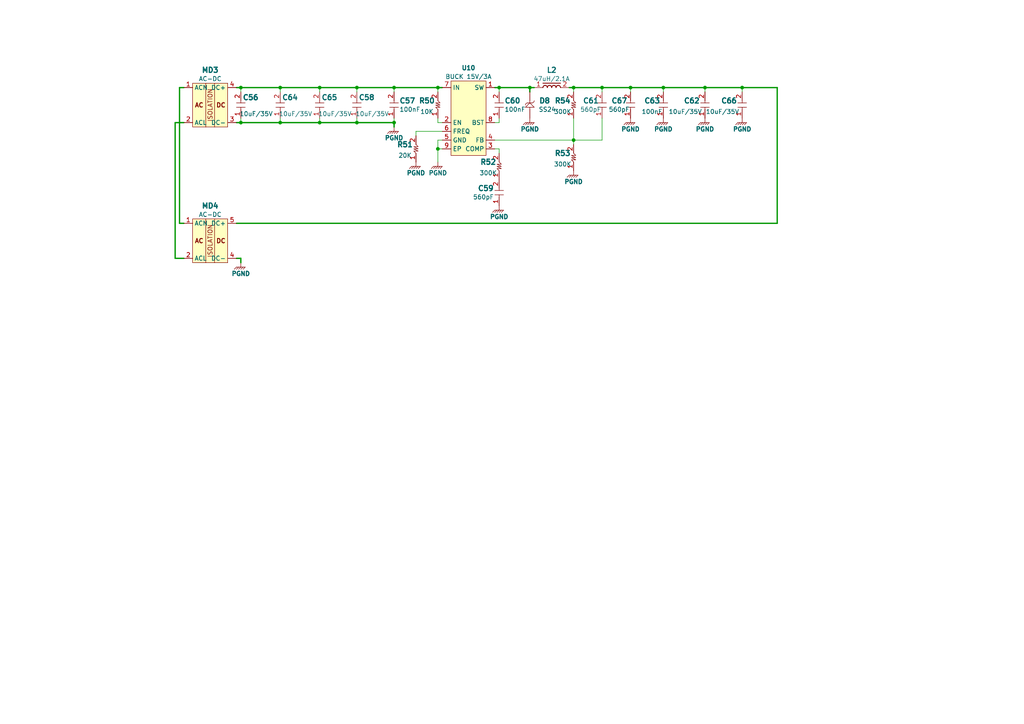
<source format=kicad_sch>
(kicad_sch (version 20231120) (generator "eeschema") (generator_version "8.0")
  (paper "A4")
  (title_block (title "PROGRAMMER & DEBUGGER") (date "2024-07-17") (rev "0.1") (company "TON DUC THANG UNIVERSITY") (comment 1 "Schematic Designed by ...") (comment 2 "PCB Designed by ...") (comment 3 "Approved by ..."))
  (lib_symbols
    (symbol "AC-DC_1"
      (property "Reference" "MD3" (at 5.08 0.635 0))
      (property "Value" "AC-DC" (at 5.08 -1.905 0))
      (symbol "AC-DC_1_0_1"
        (polyline (pts (xy 3.81 -3.175) (xy 3.81 -15.875)))
        (polyline (pts (xy 6.35 -3.175) (xy 6.35 -15.875)))
      )
      (symbol "AC-DC_1_1_1"
        (rectangle (start 0 -3.175) (end 10.16 -15.875) (fill (type background)))
        (text "AC    DC" (at 5.08 -9.525 0) (effects (font (size 1.27 1.27) (bold yes))))
        (text "ISOLATION" (at 5.08 -9.525 900) (effects (font (size 1.27 1.27))))
        (pin power_in line (at -2.54 -4.445 0) (length 2.54) (name "ACN") (number "1"))
        (pin power_in line (at -2.54 -14.605 0) (length 2.54) (name "ACL") (number "2"))
        (pin power_out line (at 12.7 -14.605 180) (length 2.54) (name "DC-") (number "3"))
        (pin power_out line (at 12.7 -4.445 180) (length 2.54) (name "DC+") (number "4"))
      )
    )
    (symbol "SAMPI:AC-DC"
      (property "Reference" "MD" (at 0 0 0))
      (property "Value" "AC-DC" (at 0 -1.905 0))
      (symbol "AC-DC_0_1"
        (polyline (pts (xy 3.81 -3.175) (xy 3.81 -15.875)))
        (polyline (pts (xy 6.35 -3.175) (xy 6.35 -15.875)))
      )
      (symbol "AC-DC_1_1"
        (rectangle (start 0 -3.175) (end 10.16 -15.875) (fill (type background)))
        (text "AC    DC" (at 5.08 -9.525 0) (effects (font (size 1.27 1.27) (bold yes))))
        (text "ISOLATION" (at 5.08 -9.525 900) (effects (font (size 1.27 1.27))))
        (pin power_in line (at -2.54 -4.445 0) (length 2.54) (name "ACN") (number "1"))
        (pin power_in line (at -2.54 -14.605 0) (length 2.54) (name "ACL") (number "2"))
        (pin power_out line (at 12.7 -14.605 180) (length 2.54) (name "DC-") (number "4"))
        (pin power_out line (at 12.7 -4.445 180) (length 2.54) (name "DC+") (number "5"))
      )
    )
    (symbol "SAMPI:CERCAP" (pin_names hide)
      (property "Reference" "C" (at -1.905 1.905 0))
      (property "Value" "CerCap" (at -1.905 0 0))
      (symbol "CERCAP_0_1"
        (polyline (pts (xy 0 -2.54) (xy 0.635 -2.54)))
        (polyline (pts (xy 0.635 -1.27) (xy 0.635 -3.81)))
        (polyline (pts (xy 1.905 -2.54) (xy 2.54 -2.54)))
        (polyline (pts (xy 1.905 -1.27) (xy 1.905 -3.81)))
      )
      (symbol "CERCAP_1_1"
        (pin bidirectional line (at -2.54 -2.54 0) (length 2.54) (name "1") (number "1"))
        (pin bidirectional line (at 5.08 -2.54 180) (length 2.54) (name "2") (number "2"))
      )
    )
    (symbol "SAMPI:DIODE-SCH" (pin_numbers hide) (pin_names hide)
      (property "Reference" "D" (at 0 0 0))
      (property "Value" "DIODE-SCH" (at 0 -1.905 0))
      (symbol "DIODE-SCH_0_1"
        (polyline (pts (xy 2.54 -5.08) (xy 3.175 -5.08)))
        (polyline (pts (xy 3.175 -3.81) (xy 3.175 -6.35)))
        (polyline (pts (xy 4.445 -5.08) (xy 5.08 -5.08)))
        (polyline (pts (xy 4.445 -4.445) (xy 4.445 -5.715)))
        (polyline (pts (xy 3.175 -3.81) (xy 4.445 -5.08) (xy 3.175 -6.35)))
        (arc (start 4.445 -5.715) (mid 4.631 -6.164) (end 5.08 -6.35))
        (arc (start 4.445 -4.445) (mid 4.259 -3.996) (end 3.81 -3.81))
      )
      (symbol "DIODE-SCH_1_1"
        (pin bidirectional line (at 0 -5.08 0) (length 2.54) (name "A") (number "A"))
        (pin bidirectional line (at 7.62 -5.08 180) (length 2.54) (name "K") (number "K"))
      )
    )
    (symbol "SAMPI:IND_HC" (pin_names hide)
      (property "Reference" "L" (at 1.905 -0.635 0))
      (property "Value" "IND HC" (at 1.905 -2.54 0))
      (symbol "IND_HC_1_1"
        (polyline (pts (xy 2.54 -3.81) (xy 7.62 -3.81)) (stroke (width 0.254)))
        (arc (start 3.175 -4.445) (mid 2.726 -4.631) (end 2.54 -5.08) (stroke (width 0.254)))
        (arc (start 3.81 -5.08) (mid 3.624 -4.631) (end 3.175 -4.445) (stroke (width 0.254)))
        (arc (start 4.445 -4.445) (mid 3.996 -4.631) (end 3.81 -5.08) (stroke (width 0.254)))
        (arc (start 5.08 -5.08) (mid 4.894 -4.631) (end 4.445 -4.445) (stroke (width 0.254)))
        (arc (start 5.715 -4.445) (mid 5.266 -4.631) (end 5.08 -5.08) (stroke (width 0.254)))
        (arc (start 6.35 -5.08) (mid 6.164 -4.631) (end 5.715 -4.445) (stroke (width 0.254)))
        (arc (start 6.985 -4.445) (mid 6.536 -4.631) (end 6.35 -5.08) (stroke (width 0.254)))
        (arc (start 7.62 -5.08) (mid 7.434 -4.631) (end 6.985 -4.445) (stroke (width 0.254)))
        (pin bidirectional line (at 0 -5.08 0) (length 2.54) (name "1") (number "1"))
        (pin bidirectional line (at 10.16 -5.08 180) (length 2.54) (name "2") (number "2"))
      )
    )
    (symbol "SAMPI:MP4462"
      (property "Reference" "U10" (at 0 1.905 0))
      (property "Value" "BUCK 15/600mA" (at 0 -1.905 0))
      (symbol "MP4462_1_1"
        (rectangle (start -5.08 -3.175) (end 5.08 -24.765) (fill (type background)))
        (pin output line (at 7.62 -5.08 180) (length 2.54) (name "SW") (number "1"))
        (pin input line (at -7.62 -15.24 0) (length 2.54) (name "EN") (number "2"))
        (pin passive line (at 7.62 -22.86 180) (length 2.54) (name "COMP") (number "3"))
        (pin input line (at 7.62 -20.32 180) (length 2.54) (name "FB") (number "4"))
        (pin passive line (at -7.62 -20.32 0) (length 2.54) (name "GND") (number "5"))
        (pin passive line (at -7.62 -17.78 0) (length 2.54) (name "FREQ") (number "6"))
        (pin power_in line (at -7.62 -5.08 0) (length 2.54) (name "IN") (number "7"))
        (pin passive line (at 7.62 -15.24 180) (length 2.54) (name "BST") (number "8"))
        (pin passive line (at -7.62 -22.86 0) (length 2.54) (name "EP") (number "9"))
      )
    )
    (symbol "SAMPI:PGND" (power) (pin_names (offset 0))
      (property "Value" "PGND" (at 0 -3.175 0))
      (symbol "PGND_0_1"
        (polyline (pts (xy -1.27 -1.27) (xy -1.905 -1.905)))
        (polyline (pts (xy -1.27 -1.27) (xy 1.27 -1.27)))
        (polyline (pts (xy -0.635 -1.27) (xy -1.27 -1.905)))
        (polyline (pts (xy 0 -1.27) (xy -0.635 -1.905)))
        (polyline (pts (xy 0 0) (xy 0 -1.27)))
        (polyline (pts (xy 0.635 -1.27) (xy 0 -1.905)))
        (polyline (pts (xy 1.27 -1.27) (xy 0.635 -1.905)))
      )
      (symbol "PGND_1_1"
        (pin power_in line (at 0 0 90) (length 0) hide (name "PGND") (number "1"))
      )
    )
    (symbol "SAMPI:RES" (pin_names hide)
      (property "Reference" "R" (at 0 1.905 0))
      (property "Value" "RES" (at 0 0 0))
      (symbol "RES_0_1"
        (polyline (pts (xy 0 -2.54) (xy 0.635 -1.905) (xy 0.635 -3.175) (xy 1.27 -1.905) (xy 1.27 -3.175) (xy 1.905 -1.905) (xy 1.905 -3.175) (xy 2.54 -2.54)))
      )
      (symbol "RES_1_1"
        (pin bidirectional line (at -2.54 -2.54 0) (length 2.54) (name "1") (number "1"))
        (pin bidirectional line (at 5.08 -2.54 180) (length 2.54) (name "2") (number "2"))
      )
    )
  )
  (junction (at 103.505 35.56))
  (junction (at 127 43.18))
  (junction (at 69.85 35.56))
  (junction (at 144.78 25.4))
  (junction (at 81.28 25.4))
  (junction (at 182.88 25.4))
  (junction (at 114.3 25.4))
  (junction (at 127 25.4))
  (junction (at 204.47 25.4))
  (junction (at 81.28 35.56))
  (junction (at 153.67 25.4))
  (junction (at 174.625 25.4))
  (junction (at 92.71 35.56))
  (junction (at 103.505 25.4))
  (junction (at 166.37 25.4))
  (junction (at 166.37 40.64))
  (junction (at 69.85 25.4))
  (junction (at 192.405 25.4))
  (junction (at 92.71 25.4))
  (junction (at 215.265 25.4))
  (junction (at 114.3 35.56))
  (wire (pts (xy 215.265 25.4) (xy 204.47 25.4)) (stroke (width 0.381)))
  (wire (pts (xy 166.37 26.67) (xy 166.37 25.4)))
  (wire (pts (xy 174.625 34.29) (xy 174.625 40.64)))
  (wire (pts (xy 53.34 64.77) (xy 52.07 64.77)) (stroke (width 0.381)))
  (wire (pts (xy 52.07 64.77) (xy 52.07 25.4)) (stroke (width 0.381)))
  (wire (pts (xy 114.3 35.56) (xy 114.3 34.29)))
  (wire (pts (xy 69.85 35.56) (xy 81.28 35.56)) (stroke (width 0.381)))
  (wire (pts (xy 92.71 35.56) (xy 103.505 35.56)) (stroke (width 0.381)))
  (wire (pts (xy 153.67 25.4) (xy 154.94 25.4)) (stroke (width 0.381)))
  (wire (pts (xy 53.34 35.56) (xy 50.8 35.56)) (stroke (width 0.381)))
  (wire (pts (xy 68.58 35.56) (xy 69.85 35.56)) (stroke (width 0.381)))
  (wire (pts (xy 127 40.64) (xy 127 43.18)))
  (wire (pts (xy 204.47 26.67) (xy 204.47 25.4)))
  (wire (pts (xy 174.625 25.4) (xy 166.37 25.4)) (stroke (width 0.381)))
  (wire (pts (xy 144.78 35.56) (xy 143.51 35.56)))
  (wire (pts (xy 215.265 25.4) (xy 215.265 26.67)))
  (wire (pts (xy 114.3 35.56) (xy 114.3 36.83)) (stroke (width 0.381)))
  (wire (pts (xy 143.51 40.64) (xy 166.37 40.64)))
  (wire (pts (xy 120.65 38.1) (xy 120.65 39.37)))
  (wire (pts (xy 182.88 25.4) (xy 192.405 25.4)) (stroke (width 0.381)))
  (wire (pts (xy 144.78 25.4) (xy 143.51 25.4)) (stroke (width 0.381)))
  (wire (pts (xy 81.28 25.4) (xy 81.28 26.67)))
  (wire (pts (xy 166.37 34.29) (xy 166.37 40.64)))
  (wire (pts (xy 114.3 25.4) (xy 114.3 26.67)))
  (wire (pts (xy 103.505 34.29) (xy 103.505 35.56)))
  (wire (pts (xy 114.3 25.4) (xy 127 25.4)) (stroke (width 0.381)))
  (wire (pts (xy 69.85 25.4) (xy 81.28 25.4)) (stroke (width 0.381)))
  (wire (pts (xy 128.27 38.1) (xy 120.65 38.1)))
  (wire (pts (xy 127 25.4) (xy 128.27 25.4)) (stroke (width 0.381)))
  (wire (pts (xy 128.27 40.64) (xy 127 40.64)))
  (wire (pts (xy 92.71 25.4) (xy 92.71 26.67)))
  (wire (pts (xy 92.71 34.29) (xy 92.71 35.56)))
  (wire (pts (xy 144.78 26.67) (xy 144.78 25.4)))
  (wire (pts (xy 69.85 74.93) (xy 69.85 76.2)) (stroke (width 0.381)))
  (wire (pts (xy 103.505 25.4) (xy 103.505 26.67)))
  (wire (pts (xy 192.405 26.67) (xy 192.405 25.4)))
  (wire (pts (xy 127 35.56) (xy 128.27 35.56)))
  (wire (pts (xy 68.58 25.4) (xy 69.85 25.4)) (stroke (width 0.381)))
  (wire (pts (xy 69.85 34.29) (xy 69.85 35.56)))
  (wire (pts (xy 192.405 25.4) (xy 182.88 25.4)))
  (wire (pts (xy 68.58 74.93) (xy 69.85 74.93)) (stroke (width 0.381)))
  (wire (pts (xy 127 43.18) (xy 127 46.99)))
  (wire (pts (xy 144.78 25.4) (xy 153.67 25.4)) (stroke (width 0.381)))
  (wire (pts (xy 81.28 35.56) (xy 92.71 35.56)) (stroke (width 0.381)))
  (wire (pts (xy 127 26.67) (xy 127 25.4)))
  (wire (pts (xy 92.71 25.4) (xy 103.505 25.4)) (stroke (width 0.381)))
  (wire (pts (xy 182.88 25.4) (xy 182.88 26.67)))
  (wire (pts (xy 225.425 64.77) (xy 225.425 25.4)) (stroke (width 0.381)))
  (wire (pts (xy 69.85 25.4) (xy 69.85 26.67)))
  (wire (pts (xy 166.37 25.4) (xy 165.1 25.4)) (stroke (width 0.381)))
  (wire (pts (xy 81.28 34.29) (xy 81.28 35.56)))
  (wire (pts (xy 50.8 35.56) (xy 50.8 74.93)) (stroke (width 0.381)))
  (wire (pts (xy 174.625 26.67) (xy 174.625 25.4)))
  (wire (pts (xy 103.505 35.56) (xy 114.3 35.56)) (stroke (width 0.381)))
  (wire (pts (xy 166.37 40.64) (xy 166.37 41.91)))
  (wire (pts (xy 144.78 43.18) (xy 144.78 44.45)))
  (wire (pts (xy 225.425 25.4) (xy 215.265 25.4)) (stroke (width 0.381)))
  (wire (pts (xy 127 43.18) (xy 128.27 43.18)))
  (wire (pts (xy 127 34.29) (xy 127 35.56)))
  (wire (pts (xy 144.78 34.29) (xy 144.78 35.56)))
  (wire (pts (xy 103.505 25.4) (xy 114.3 25.4)) (stroke (width 0.381)))
  (wire (pts (xy 143.51 43.18) (xy 144.78 43.18)))
  (wire (pts (xy 174.625 25.4) (xy 182.88 25.4)) (stroke (width 0.381)))
  (wire (pts (xy 68.58 64.77) (xy 225.425 64.77)) (stroke (width 0.381)))
  (wire (pts (xy 192.405 25.4) (xy 204.47 25.4)) (stroke (width 0.381)))
  (wire (pts (xy 50.8 74.93) (xy 53.34 74.93)) (stroke (width 0.381)))
  (wire (pts (xy 52.07 25.4) (xy 53.34 25.4)) (stroke (width 0.381)))
  (wire (pts (xy 153.67 25.4) (xy 153.67 26.67)) (stroke (width 0.381)))
  (wire (pts (xy 81.28 25.4) (xy 92.71 25.4)) (stroke (width 0.381)))
  (wire (pts (xy 166.37 40.64) (xy 174.625 40.64)))
  (symbol (lib_id "SAMPI:IND_HC") (at 154.94 20.32 0) (unit 1)
    (property "Reference" "L2" (at 160.02 20.32 0) (effects (font (size 1.5 1.5) (bold yes))))
    (property "Value" "47uH/2.1A" (at 160.02 22.86 0))
    (property "Footprint" "SAMPI:IND-10x10x3.8" (effects (hide yes)))
    (property "Description" "FIXED IND 47UH 2.1A 128MOHM SMD" (effects (hide yes)))
    (property "MNP" "CTCDRH104RF-470" (effects (hide yes)))
    (property "MFT" "Central Technologies" (effects (hide yes)))
  )
  (symbol (lib_id "SAMPI:CERCAP") (at 217.805 31.75 270) (mirror x) (unit 1)
    (property "Reference" "C66" (at 211.455 29.21 90) (effects (font (size 1.5 1.5) (bold yes))))
    (property "Value" "10uF/35V" (at 209.55 32.385 90))
    (property "Footprint" "SAMPI:CAP1206" (effects (hide yes)))
    (property "Description" "CAP CER 10UF 35V X7R 1206" (effects (hide yes)))
    (property "MNP" "GRT31CR6YA106ME01L" (effects (hide yes)))
    (property "MFT" "Murata" (effects (hide yes)))
    (property "Checked" "OK" (effects (hide yes)))
    (property "Link" "https://www.thegioiic.com/tu-gom-1206-10uf-50v" (effects (hide yes)))
  )
  (symbol (lib_id "SAMPI:CERCAP") (at 172.085 31.75 90) (unit 1)
    (property "Reference" "C61" (at 168.91 29.21 90) (effects (font (size 1.5 1.5) (bold yes)) (justify right)))
    (property "Value" "560pF" (at 168.275 31.75 90) (effects (justify right)))
    (property "Footprint" "SAMPI:CAP0603" (effects (hide yes)))
    (property "Description" "CAP CER 0.1UF 50V X7R 0603" (effects (hide yes)))
    (property "MNP" "CL10B104KB8NNNC" (effects (hide yes)))
    (property "Unit Price" "0.0146" (effects (hide yes)))
    (property "MFT" "Samsung" (effects (hide yes)))
    (property "Checked" "OK" (effects (hide yes)))
  )
  (symbol (lib_id "SAMPI:RES") (at 163.83 31.75 90) (unit 1)
    (property "Reference" "R54" (at 163.195 29.21 90) (effects (font (size 1.5 1.5) (bold yes))))
    (property "Value" "300K" (at 163.195 32.385 90))
    (property "Footprint" "SAMPI:RES0603" (effects (hide yes)))
    (property "Description" "RES 10K OHM 1% 1/10W 0603" (effects (hide yes)))
    (property "Unit Price" "0.019" (effects (hide yes)))
    (property "MNP" "RC0603FR-0710KL" (effects (hide yes)))
    (property "MFT" "YAGEO" (effects (hide yes)))
    (property "Checked" "OK" (effects (hide yes)))
  )
  (symbol (lib_id "SAMPI:DIODE-SCH") (at 148.59 34.29 90) (unit 1)
    (property "Reference" "D8" (at 156.21 29.2099 90) (effects (font (size 1.5 1.5) (bold yes)) (justify right)))
    (property "Value" "SS24" (at 156.21 31.7499 90) (effects (justify right)))
    (property "Footprint" "SAMPI:DO-214AC" (effects (hide yes)))
    (property "Description" "DIODE SCHOTTKY 40V 2A DO214AA" (effects (hide yes)))
    (property "MFT" "Taiwan Semiconductor" (effects (hide yes)))
    (property "MNP" "SS24" (effects (hide yes)))
  )
  (symbol (lib_id "SAMPI:CERCAP") (at 147.32 31.75 270) (mirror x) (unit 1)
    (property "Reference" "C60" (at 151.13 29.21 90) (effects (font (size 1.5 1.5) (bold yes)) (justify right)))
    (property "Value" "100nF" (at 152.4 31.75 90) (effects (justify right)))
    (property "Footprint" "SAMPI:CAP0603" (effects (hide yes)))
    (property "Description" "CAP CER 0.1UF 50V X7R 0603" (effects (hide yes)))
    (property "MNP" "CL10B104KB8NNNC" (effects (hide yes)))
    (property "Unit Price" "0.0146" (effects (hide yes)))
    (property "MFT" "Samsung" (effects (hide yes)))
    (property "Checked" "OK" (effects (hide yes)))
  )
  (symbol (lib_id "SAMPI:CERCAP") (at 180.34 31.75 90) (unit 1)
    (property "Reference" "C67" (at 177.165 29.21 90) (effects (font (size 1.5 1.5) (bold yes)) (justify right)))
    (property "Value" "560pF" (at 176.53 31.75 90) (effects (justify right)))
    (property "Footprint" "SAMPI:CAP0603" (effects (hide yes)))
    (property "Description" "CAP CER 0.1UF 50V X7R 0603" (effects (hide yes)))
    (property "MNP" "CL10B104KB8NNNC" (effects (hide yes)))
    (property "Unit Price" "0.0146" (effects (hide yes)))
    (property "MFT" "Samsung" (effects (hide yes)))
    (property "Checked" "OK" (effects (hide yes)))
  )
  (symbol (lib_id "SAMPI:PGND") (at 153.67 34.29 0) (unit 1)
    (property "Reference" "#PWR0120" (effects (hide yes)))
    (property "Value" "PGND" (at 153.67 37.465 0) (effects (font (bold yes))))
    (property "Description" "Power symbol creates a global label with name \"PGND\"" (effects (hide yes)))
  )
  (symbol (lib_id "SAMPI:CERCAP") (at 67.31 31.75 90) (unit 1)
    (property "Reference" "C56" (at 72.7075 28.2575 90) (effects (font (size 1.5 1.5) (bold yes))))
    (property "Value" "10uF/35V" (at 74.295 33.02 90))
    (property "Footprint" "SAMPI:CAP1206" (effects (hide yes)))
    (property "Description" "CAP CER 10UF 35V X7R 1206" (effects (hide yes)))
    (property "MNP" "GRT31CR6YA106ME01L" (effects (hide yes)))
    (property "MFT" "Murata" (effects (hide yes)))
    (property "Checked" "OK" (effects (hide yes)))
    (property "Link" "https://www.thegioiic.com/tu-gom-1206-10uf-50v" (effects (hide yes)))
  )
  (symbol (lib_id "SAMPI:CERCAP") (at 116.84 31.75 270) (mirror x) (unit 1)
    (property "Reference" "C57" (at 120.65 29.21 90) (effects (font (size 1.5 1.5) (bold yes)) (justify right)))
    (property "Value" "100nF" (at 121.92 31.75 90) (effects (justify right)))
    (property "Footprint" "SAMPI:CAP0603" (effects (hide yes)))
    (property "Description" "CAP CER 0.1UF 50V X7R 0603" (effects (hide yes)))
    (property "MNP" "CL10B104KB8NNNC" (effects (hide yes)))
    (property "Unit Price" "0.0146" (effects (hide yes)))
    (property "MFT" "Samsung" (effects (hide yes)))
    (property "Checked" "OK" (effects (hide yes)))
  )
  (symbol (lib_id "SAMPI:RES") (at 142.24 49.53 90) (unit 1)
    (property "Reference" "R52" (at 141.605 46.99 90) (effects (font (size 1.5 1.5) (bold yes))))
    (property "Value" "300K" (at 141.605 50.165 90))
    (property "Footprint" "SAMPI:RES0603" (effects (hide yes)))
    (property "Description" "RES 10K OHM 1% 1/10W 0603" (effects (hide yes)))
    (property "Unit Price" "0.019" (effects (hide yes)))
    (property "MNP" "RC0603FR-0710KL" (effects (hide yes)))
    (property "MFT" "YAGEO" (effects (hide yes)))
    (property "Checked" "OK" (effects (hide yes)))
  )
  (symbol (lib_id "SAMPI:CERCAP") (at 78.74 31.75 90) (unit 1)
    (property "Reference" "C64" (at 84.1375 28.2575 90) (effects (font (size 1.5 1.5) (bold yes))))
    (property "Value" "10uF/35V" (at 85.725 33.02 90))
    (property "Footprint" "SAMPI:CAP1206" (effects (hide yes)))
    (property "Description" "CAP CER 10UF 35V X7R 1206" (effects (hide yes)))
    (property "MNP" "GRT31CR6YA106ME01L" (effects (hide yes)))
    (property "MFT" "Murata" (effects (hide yes)))
    (property "Checked" "OK" (effects (hide yes)))
    (property "Link" "https://www.thegioiic.com/tu-gom-1206-10uf-50v" (effects (hide yes)))
  )
  (symbol (lib_id "SAMPI:CERCAP") (at 100.965 31.75 90) (unit 1)
    (property "Reference" "C58" (at 106.3625 28.2575 90) (effects (font (size 1.5 1.5) (bold yes))))
    (property "Value" "10uF/35V" (at 107.95 33.02 90))
    (property "Footprint" "SAMPI:CAP1206" (effects (hide yes)))
    (property "Description" "CAP CER 10UF 35V X7R 1206" (effects (hide yes)))
    (property "MNP" "GRT31CR6YA106ME01L" (effects (hide yes)))
    (property "MFT" "Murata" (effects (hide yes)))
    (property "Checked" "OK" (effects (hide yes)))
    (property "Link" "https://www.thegioiic.com/tu-gom-1206-10uf-50v" (effects (hide yes)))
  )
  (symbol (lib_id "SAMPI:PGND") (at 127 46.99 0) (unit 1)
    (property "Reference" "#PWR0117" (effects (hide yes)))
    (property "Value" "PGND" (at 127 50.165 0) (effects (font (bold yes))))
    (property "Description" "Power symbol creates a global label with name \"PGND\"" (effects (hide yes)))
  )
  (symbol (lib_id "SAMPI:RES") (at 118.11 44.45 90) (unit 1)
    (property "Reference" "R51" (at 117.475 41.91 90) (effects (font (size 1.5 1.5) (bold yes))))
    (property "Value" "20K" (at 117.475 45.085 90))
    (property "Footprint" "SAMPI:RES0603" (effects (hide yes)))
    (property "Description" "RES 10K OHM 1% 1/10W 0603" (effects (hide yes)))
    (property "Unit Price" "0.019" (effects (hide yes)))
    (property "MNP" "RC0603FR-0710KL" (effects (hide yes)))
    (property "MFT" "YAGEO" (effects (hide yes)))
    (property "Checked" "OK" (effects (hide yes)))
  )
  (symbol (lib_name "AC-DC_1") (lib_id "SAMPI:AC-DC") (at 55.88 20.955 0) (unit 1)
    (property "Reference" "MD3" (at 60.96 20.32 0) (effects (font (size 1.5 1.5) (bold yes))))
    (property "Value" "AC-DC" (at 60.96 22.86 0))
    (property "Footprint" "SAMPI:HLK-10M" (effects (hide yes)))
    (property "Description" "AC-DC 220-24V 10W" (effects (hide yes)))
    (property "MFT" "Hi-Link" (effects (hide yes)))
    (property "MNP" "HLK-10M24" (effects (hide yes)))
  )
  (symbol (lib_id "SAMPI:CERCAP") (at 90.17 31.75 90) (unit 1)
    (property "Reference" "C65" (at 95.5675 28.2575 90) (effects (font (size 1.5 1.5) (bold yes))))
    (property "Value" "10uF/35V" (at 97.155 33.02 90))
    (property "Footprint" "SAMPI:CAP1206" (effects (hide yes)))
    (property "Description" "CAP CER 10UF 35V X7R 1206" (effects (hide yes)))
    (property "MNP" "GRT31CR6YA106ME01L" (effects (hide yes)))
    (property "MFT" "Murata" (effects (hide yes)))
    (property "Checked" "OK" (effects (hide yes)))
    (property "Link" "https://www.thegioiic.com/tu-gom-1206-10uf-50v" (effects (hide yes)))
  )
  (symbol (lib_id "SAMPI:CERCAP") (at 207.01 31.75 270) (mirror x) (unit 1)
    (property "Reference" "C62" (at 200.66 29.21 90) (effects (font (size 1.5 1.5) (bold yes))))
    (property "Value" "10uF/35V" (at 198.755 32.385 90))
    (property "Footprint" "SAMPI:CAP1206" (effects (hide yes)))
    (property "Description" "CAP CER 10UF 35V X7R 1206" (effects (hide yes)))
    (property "MNP" "GRT31CR6YA106ME01L" (effects (hide yes)))
    (property "MFT" "Murata" (effects (hide yes)))
    (property "Checked" "OK" (effects (hide yes)))
    (property "Link" "https://www.thegioiic.com/tu-gom-1206-10uf-50v" (effects (hide yes)))
  )
  (symbol (lib_id "SAMPI:CERCAP") (at 189.865 31.75 90) (unit 1)
    (property "Reference" "C63" (at 186.69 29.21 90) (effects (font (size 1.5 1.5) (bold yes)) (justify right)))
    (property "Value" "100nF" (at 186.055 32.385 90) (effects (justify right)))
    (property "Footprint" "SAMPI:CAP0603" (effects (hide yes)))
    (property "Description" "CAP CER 0.1UF 50V X7R 0603" (effects (hide yes)))
    (property "MNP" "CL10B104KB8NNNC" (effects (hide yes)))
    (property "Unit Price" "0.0146" (effects (hide yes)))
    (property "MFT" "Samsung" (effects (hide yes)))
    (property "Checked" "OK" (effects (hide yes)))
  )
  (symbol (lib_id "SAMPI:AC-DC") (at 55.88 60.325 0) (unit 1) (in_bom no)
    (property "Reference" "MD4" (at 60.96 59.69 0) (effects (font (size 1.5 1.5) (bold yes))))
    (property "Value" "AC-DC" (at 60.96 62.23 0))
    (property "Footprint" "SAMPI:LD10-23BxxR2-RC" (effects (hide yes)))
  )
  (symbol (lib_id "SAMPI:PGND") (at 192.405 34.29 0) (unit 1)
    (property "Reference" "#PWR0122" (effects (hide yes)))
    (property "Value" "PGND" (at 192.405 37.465 0) (effects (font (bold yes))))
    (property "Description" "Power symbol creates a global label with name \"PGND\"" (effects (hide yes)))
  )
  (symbol (lib_id "SAMPI:PGND") (at 166.37 49.53 0) (unit 1)
    (property "Reference" "#PWR0121" (effects (hide yes)))
    (property "Value" "PGND" (at 166.37 52.705 0) (effects (font (bold yes))))
    (property "Description" "Power symbol creates a global label with name \"PGND\"" (effects (hide yes)))
  )
  (symbol (lib_id "SAMPI:RES") (at 163.83 46.99 90) (unit 1)
    (property "Reference" "R53" (at 163.195 44.45 90) (effects (font (size 1.5 1.5) (bold yes))))
    (property "Value" "300K" (at 163.195 47.625 90))
    (property "Footprint" "SAMPI:RES0603" (effects (hide yes)))
    (property "Description" "RES 10K OHM 1% 1/10W 0603" (effects (hide yes)))
    (property "Unit Price" "0.019" (effects (hide yes)))
    (property "MNP" "RC0603FR-0710KL" (effects (hide yes)))
    (property "MFT" "YAGEO" (effects (hide yes)))
    (property "Checked" "OK" (effects (hide yes)))
  )
  (symbol (lib_id "SAMPI:PGND") (at 120.65 46.99 0) (unit 1)
    (property "Reference" "#PWR0116" (effects (hide yes)))
    (property "Value" "PGND" (at 120.65 50.165 0) (effects (font (bold yes))))
    (property "Description" "Power symbol creates a global label with name \"PGND\"" (effects (hide yes)))
  )
  (symbol (lib_id "SAMPI:PGND") (at 182.88 34.29 0) (unit 1)
    (property "Reference" "#PWR0124" (effects (hide yes)))
    (property "Value" "PGND" (at 182.88 37.465 0) (effects (font (bold yes))))
    (property "Description" "Power symbol creates a global label with name \"PGND\"" (effects (hide yes)))
  )
  (symbol (lib_id "SAMPI:PGND") (at 144.78 59.69 0) (unit 1)
    (property "Reference" "#PWR0119" (effects (hide yes)))
    (property "Value" "PGND" (at 144.78 62.865 0) (effects (font (bold yes))))
    (property "Description" "Power symbol creates a global label with name \"PGND\"" (effects (hide yes)))
  )
  (symbol (lib_id "SAMPI:PGND") (at 215.265 34.29 0) (unit 1)
    (property "Reference" "#PWR0118" (effects (hide yes)))
    (property "Value" "PGND" (at 215.265 37.465 0) (effects (font (bold yes))))
    (property "Description" "Power symbol creates a global label with name \"PGND\"" (effects (hide yes)))
  )
  (symbol (lib_id "SAMPI:RES") (at 124.46 31.75 90) (unit 1)
    (property "Reference" "R50" (at 123.825 29.21 90) (effects (font (size 1.5 1.5) (bold yes))))
    (property "Value" "10K" (at 123.825 32.385 90))
    (property "Footprint" "SAMPI:RES0603" (effects (hide yes)))
    (property "Description" "RES 10K OHM 1% 1/10W 0603" (effects (hide yes)))
    (property "Unit Price" "0.019" (effects (hide yes)))
    (property "MNP" "RC0603FR-0710KL" (effects (hide yes)))
    (property "MFT" "YAGEO" (effects (hide yes)))
    (property "Checked" "OK" (effects (hide yes)))
  )
  (symbol (lib_id "SAMPI:CERCAP") (at 142.24 57.15 90) (unit 1)
    (property "Reference" "C59" (at 138.43 54.61 90) (effects (font (size 1.5 1.5) (bold yes)) (justify right)))
    (property "Value" "560pF" (at 137.16 57.15 90) (effects (justify right)))
    (property "Footprint" "SAMPI:CAP0603" (effects (hide yes)))
    (property "Description" "CAP CER 0.1UF 50V X7R 0603" (effects (hide yes)))
    (property "MNP" "CL10B104KB8NNNC" (effects (hide yes)))
    (property "Unit Price" "0.0146" (effects (hide yes)))
    (property "MFT" "Samsung" (effects (hide yes)))
    (property "Checked" "OK" (effects (hide yes)))
  )
  (symbol (lib_id "SAMPI:MP4462") (at 135.89 20.32 0) (unit 1)
    (property "Reference" "U10" (at 135.89 19.685 0) (effects (font (bold yes))))
    (property "Value" "BUCK 15V/3A" (at 135.89 22.225 0))
    (property "Footprint" "SAMPI:SOIC8E_3.9_MPS" (effects (hide yes)))
    (property "Description" "IC REG BUCK ADJ 3.5A 8SOIC" (effects (hide yes)))
    (property "MNP" "MP4462DN-LF-Z" (effects (hide yes)))
    (property "MFT" "Monolithic Power Systems Inc." (effects (hide yes)))
  )
  (symbol (lib_id "SAMPI:PGND") (at 204.47 34.29 0) (unit 1)
    (property "Reference" "#PWR0123" (effects (hide yes)))
    (property "Value" "PGND" (at 204.47 37.465 0) (effects (font (bold yes))))
    (property "Description" "Power symbol creates a global label with name \"PGND\"" (effects (hide yes)))
  )
  (symbol (lib_id "SAMPI:PGND") (at 69.85 76.2 0) (unit 1)
    (property "Reference" "#PWR0115" (effects (hide yes)))
    (property "Value" "PGND" (at 69.85 79.375 0) (effects (font (bold yes))))
    (property "Description" "Power symbol creates a global label with name \"PGND\"" (effects (hide yes)))
  )
  (symbol (lib_id "SAMPI:PGND") (at 114.3 36.83 0) (unit 1)
    (property "Reference" "#PWR0114" (effects (hide yes)))
    (property "Value" "PGND" (at 114.3 40.005 0) (effects (font (bold yes))))
    (property "Description" "Power symbol creates a global label with name \"PGND\"" (effects (hide yes)))
  )
)
</source>
